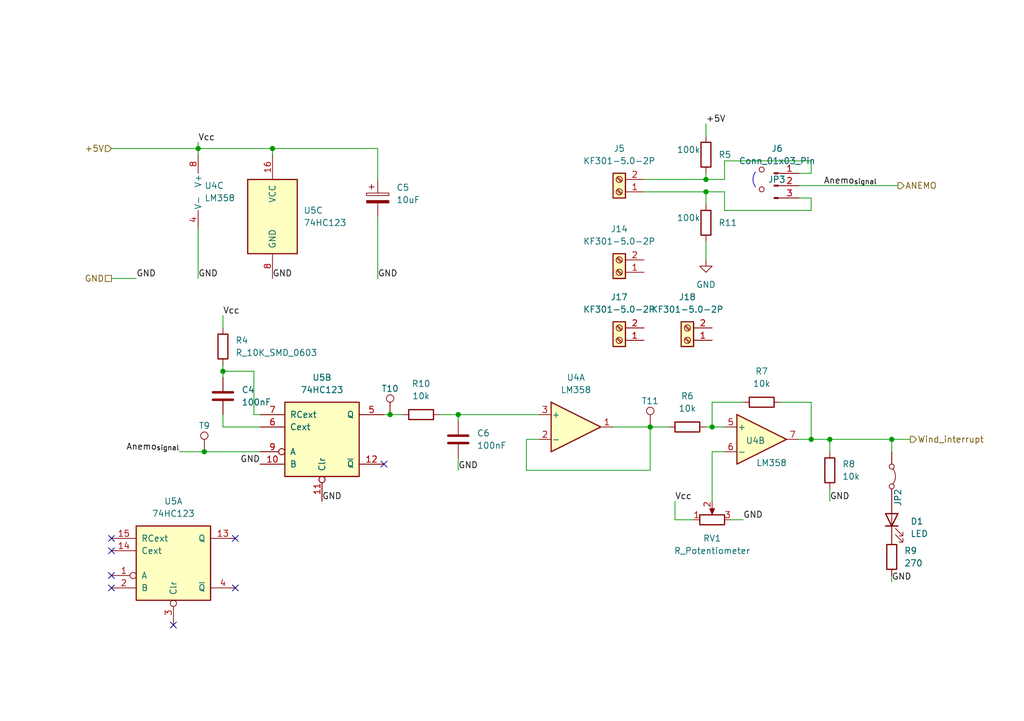
<source format=kicad_sch>
(kicad_sch (version 20250114) (generator "eeschema") (generator_version "9.0")
  (paper "A5")
  (title_block (title "Wind handler") (date "2024-11-03") (rev "1.0"))
  (lib_symbols
    (symbol "74xx:74HC123" (pin_names (offset 1.016))
      (property "Reference" "U" (at -7.62 8.89 0))
      (property "Value" "74HC123" (at -7.62 -8.89 0))
      (symbol "74HC123_1_0"
        (pin input line (at -12.7 5.08 0) (length 5.08) (name "RCext") (number "15"))
        (pin input line (at -12.7 2.54 0) (length 5.08) (name "Cext") (number "14"))
        (pin input inverted (at -12.7 -2.54 0) (length 5.08) (name "A") (number "1"))
        (pin input line (at -12.7 -5.08 0) (length 5.08) (name "B") (number "2"))
        (pin input inverted (at 0 -12.7 90) (length 5.08) (name "Clr") (number "3"))
        (pin output line (at 12.7 5.08 180) (length 5.08) (name "Q") (number "13"))
        (pin output line (at 12.7 -5.08 180) (length 5.08) (name "~{Q}") (number "4"))
      )
      (symbol "74HC123_1_1"
        (rectangle (start -7.62 7.62) (end 7.62 -7.62) (stroke (width 0.254)) (fill (type background)))
      )
      (symbol "74HC123_2_0"
        (pin input line (at -12.7 5.08 0) (length 5.08) (name "RCext") (number "7"))
        (pin input line (at -12.7 2.54 0) (length 5.08) (name "Cext") (number "6"))
        (pin input inverted (at -12.7 -2.54 0) (length 5.08) (name "A") (number "9"))
        (pin input line (at -12.7 -5.08 0) (length 5.08) (name "B") (number "10"))
        (pin input inverted (at 0 -12.7 90) (length 5.08) (name "Clr") (number "11"))
        (pin output line (at 12.7 5.08 180) (length 5.08) (name "Q") (number "5"))
        (pin output line (at 12.7 -5.08 180) (length 5.08) (name "~{Q}") (number "12"))
      )
      (symbol "74HC123_2_1"
        (rectangle (start -7.62 7.62) (end 7.62 -7.62) (stroke (width 0.254)) (fill (type background)))
      )
      (symbol "74HC123_3_0"
        (pin power_in line (at 0 12.7 270) (length 5.08) (name "VCC") (number "16"))
        (pin power_in line (at 0 -12.7 90) (length 5.08) (name "GND") (number "8"))
      )
      (symbol "74HC123_3_1"
        (rectangle (start -5.08 7.62) (end 5.08 -7.62) (stroke (width 0.254)) (fill (type background)))
      )
    )
    (symbol "Amplifier_Operational:LM358" (pin_names (offset 0.127))
      (property "Reference" "U" (at 0 5.08 0))
      (property "Value" "LM358" (at 0 -5.08 0))
      (symbol "LM358_1_1"
        (polyline (pts (xy -5.08 5.08) (xy 5.08 0) (xy -5.08 -5.08) (xy -5.08 5.08)) (stroke (width 0.254)) (fill (type background)))
        (pin input line (at -7.62 2.54 0) (length 2.54) (name "+") (number "3"))
        (pin input line (at -7.62 -2.54 0) (length 2.54) (name "-") (number "2"))
        (pin output line (at 7.62 0 180) (length 2.54) (name "~") (number "1"))
      )
      (symbol "LM358_2_1"
        (polyline (pts (xy -5.08 5.08) (xy 5.08 0) (xy -5.08 -5.08) (xy -5.08 5.08)) (stroke (width 0.254)) (fill (type background)))
        (pin input line (at -7.62 2.54 0) (length 2.54) (name "+") (number "5"))
        (pin input line (at -7.62 -2.54 0) (length 2.54) (name "-") (number "6"))
        (pin output line (at 7.62 0 180) (length 2.54) (name "~") (number "7"))
      )
      (symbol "LM358_3_1"
        (pin power_in line (at -2.54 7.62 270) (length 3.81) (name "V+") (number "8"))
        (pin power_in line (at -2.54 -7.62 90) (length 3.81) (name "V-") (number "4"))
      )
    )
    (symbol "CREPP_Jumpers:Jumper_2.54mm_blue" (pin_numbers (hide yes)) (pin_names (offset 0) (hide yes)) (exclude_from_sim yes)
      (property "Reference" "JP" (at 0 2.794 0))
      (symbol "Jumper_2.54mm_blue_0_0"
        (circle (center -2.032 0) (radius 0.508))
        (circle (center 2.032 0) (radius 0.508))
      )
      (symbol "Jumper_2.54mm_blue_1_1"
        (arc (start -1.524 1.27) (mid 0 1.778) (end 1.524 1.27) (stroke (width 0) (color 0 0 194 1)))
      )
    )
    (symbol "CREPP_Resistors:Resistor_THT_250mW (standard)" (pin_numbers (hide yes)) (pin_names (offset 0))
      (property "Reference" "R" (at 2.032 0 90))
      (symbol "Resistor_THT_250mW (standard)_0_1"
        (rectangle (start -1.016 -2.54) (end 1.016 2.54) (stroke (width 0.254)))
      )
      (symbol "Resistor_THT_250mW (standard)_1_1"
        (pin passive line (at 0 3.81 270) (length 1.27) (name "~") (number "1"))
        (pin passive line (at 0 -3.81 90) (length 1.27) (name "~") (number "2"))
      )
    )
    (symbol "Connector:Conn_01x03_Pin" (pin_names (offset 1.016) (hide yes))
      (property "Reference" "J" (at 0 5.08 0))
      (property "Value" "Conn_01x03_Pin" (at 0 -5.08 0))
      (symbol "Conn_01x03_Pin_1_1"
        (rectangle (start 0.8636 2.667) (end 0 2.413) (stroke (width 0.1524)) (fill (type outline)))
        (rectangle (start 0.8636 0.127) (end 0 -0.127) (stroke (width 0.1524)) (fill (type outline)))
        (rectangle (start 0.8636 -2.413) (end 0 -2.667) (stroke (width 0.1524)) (fill (type outline)))
        (polyline (pts (xy 1.27 2.54) (xy 0.8636 2.54)) (stroke (width 0.1524)))
        (polyline (pts (xy 1.27 0) (xy 0.8636 0)) (stroke (width 0.1524)))
        (polyline (pts (xy 1.27 -2.54) (xy 0.8636 -2.54)) (stroke (width 0.1524)))
        (pin passive line (at 5.08 2.54 180) (length 3.81) (name "Pin_1") (number "1"))
        (pin passive line (at 5.08 0 180) (length 3.81) (name "Pin_2") (number "2"))
        (pin passive line (at 5.08 -2.54 180) (length 3.81) (name "Pin_3") (number "3"))
      )
    )
    (symbol "Connector:Screw_Terminal_01x02" (pin_names (offset 1.016) (hide yes))
      (property "Reference" "J" (at 0 2.54 0))
      (property "Value" "Screw_Terminal_01x02" (at 0 -5.08 0))
      (symbol "Screw_Terminal_01x02_1_1"
        (rectangle (start -1.27 1.27) (end 1.27 -3.81) (stroke (width 0.254)) (fill (type background)))
        (polyline (pts (xy -0.5334 0.3302) (xy 0.3302 -0.508)) (stroke (width 0.1524)))
        (polyline (pts (xy -0.5334 -2.2098) (xy 0.3302 -3.048)) (stroke (width 0.1524)))
        (polyline (pts (xy -0.3556 0.508) (xy 0.508 -0.3302)) (stroke (width 0.1524)))
        (polyline (pts (xy -0.3556 -2.032) (xy 0.508 -2.8702)) (stroke (width 0.1524)))
        (circle (center 0 0) (radius 0.635) (stroke (width 0.1524)))
        (circle (center 0 -2.54) (radius 0.635) (stroke (width 0.1524)))
        (pin passive line (at -5.08 0 0) (length 3.81) (name "Pin_1") (number "1"))
        (pin passive line (at -5.08 -2.54 0) (length 3.81) (name "Pin_2") (number "2"))
      )
    )
    (symbol "Connector:TestPoint" (pin_numbers (hide yes)) (pin_names (offset 0.762) (hide yes))
      (property "Reference" "TP" (at 0 6.858 0))
      (property "Value" "TestPoint" (at 0 5.08 0))
      (symbol "TestPoint_0_1"
        (circle (center 0 3.302) (radius 0.762))
      )
      (symbol "TestPoint_1_1"
        (pin passive line (at 0 0 90) (length 2.54) (name "1") (number "1"))
      )
    )
    (symbol "Device:C" (pin_numbers (hide yes)) (pin_names (offset 0.254))
      (property "Reference" "C" (at 0.635 2.54 0))
      (property "Value" "C" (at 0.635 -2.54 0))
      (symbol "C_0_1"
        (polyline (pts (xy -2.032 0.762) (xy 2.032 0.762)) (stroke (width 0.508)))
        (polyline (pts (xy -2.032 -0.762) (xy 2.032 -0.762)) (stroke (width 0.508)))
      )
      (symbol "C_1_1"
        (pin passive line (at 0 3.81 270) (length 2.794) (name "~") (number "1"))
        (pin passive line (at 0 -3.81 90) (length 2.794) (name "~") (number "2"))
      )
    )
    (symbol "Device:C_Polarized" (pin_numbers (hide yes)) (pin_names (offset 0.254))
      (property "Reference" "C" (at 0.635 2.54 0))
      (property "Value" "C_Polarized" (at 0.635 -2.54 0))
      (symbol "C_Polarized_0_1"
        (rectangle (start -2.286 0.508) (end 2.286 1.016))
        (polyline (pts (xy -1.778 2.286) (xy -0.762 2.286)))
        (polyline (pts (xy -1.27 2.794) (xy -1.27 1.778)))
        (rectangle (start 2.286 -0.508) (end -2.286 -1.016) (fill (type outline)))
      )
      (symbol "C_Polarized_1_1"
        (pin passive line (at 0 3.81 270) (length 2.794) (name "~") (number "1"))
        (pin passive line (at 0 -3.81 90) (length 2.794) (name "~") (number "2"))
      )
    )
    (symbol "Device:LED" (pin_numbers (hide yes)) (pin_names (offset 1.016) (hide yes))
      (property "Reference" "D" (at 0 2.54 0))
      (property "Value" "LED" (at 0 -2.54 0))
      (symbol "LED_0_1"
        (polyline (pts (xy -3.048 -0.762) (xy -4.572 -2.286) (xy -3.81 -2.286) (xy -4.572 -2.286) (xy -4.572 -1.524)))
        (polyline (pts (xy -1.778 -0.762) (xy -3.302 -2.286) (xy -2.54 -2.286) (xy -3.302 -2.286) (xy -3.302 -1.524)))
        (polyline (pts (xy -1.27 0) (xy 1.27 0)))
        (polyline (pts (xy -1.27 -1.27) (xy -1.27 1.27)) (stroke (width 0.254)))
        (polyline (pts (xy 1.27 -1.27) (xy 1.27 1.27) (xy -1.27 0) (xy 1.27 -1.27)) (stroke (width 0.254)))
      )
      (symbol "LED_1_1"
        (pin passive line (at -3.81 0 0) (length 2.54) (name "K") (number "1"))
        (pin passive line (at 3.81 0 180) (length 2.54) (name "A") (number "2"))
      )
    )
    (symbol "Device:R" (pin_numbers (hide yes)) (pin_names (offset 0))
      (property "Reference" "R" (at 2.032 0 90))
      (property "Value" "R" (at 0 0 90))
      (symbol "R_0_1"
        (rectangle (start -1.016 -2.54) (end 1.016 2.54) (stroke (width 0.254)))
      )
      (symbol "R_1_1"
        (pin passive line (at 0 3.81 270) (length 1.27) (name "~") (number "1"))
        (pin passive line (at 0 -3.81 90) (length 1.27) (name "~") (number "2"))
      )
    )
    (symbol "Device:R_Potentiometer" (pin_names (offset 1.016) (hide yes))
      (property "Reference" "RV" (at -4.445 0 90))
      (property "Value" "R_Potentiometer" (at -2.54 0 90))
      (symbol "R_Potentiometer_0_1"
        (rectangle (start 1.016 2.54) (end -1.016 -2.54) (stroke (width 0.254)))
        (polyline (pts (xy 1.143 0) (xy 2.286 0.508) (xy 2.286 -0.508) (xy 1.143 0)) (fill (type outline)))
        (polyline (pts (xy 2.54 0) (xy 1.524 0)))
      )
      (symbol "R_Potentiometer_1_1"
        (pin passive line (at 0 3.81 270) (length 1.27) (name "1") (number "1"))
        (pin passive line (at 0 -3.81 90) (length 1.27) (name "3") (number "3"))
        (pin passive line (at 3.81 0 180) (length 1.27) (name "2") (number "2"))
      )
    )
    (symbol "Jumper:Jumper_2_Bridged" (pin_numbers (hide yes)) (pin_names (offset 0) (hide yes)) (exclude_from_sim yes)
      (property "Reference" "JP" (at 0 1.905 0))
      (property "Value" "Jumper_2_Bridged" (at 0 -2.54 0))
      (symbol "Jumper_2_Bridged_0_0"
        (circle (center -2.032 0) (radius 0.508))
        (circle (center 2.032 0) (radius 0.508))
      )
      (symbol "Jumper_2_Bridged_0_1"
        (arc (start -1.524 0.254) (mid 0 0.762) (end 1.524 0.254))
      )
      (symbol "Jumper_2_Bridged_1_1"
        (pin passive line (at -5.08 0 0) (length 2.54) (name "A") (number "1"))
        (pin passive line (at 5.08 0 180) (length 2.54) (name "B") (number "2"))
      )
    )
    (symbol "power:GND" (power) (pin_numbers (hide yes)) (pin_names (offset 0) (hide yes))
      (property "Value" "GND" (at 0 -3.81 0))
      (symbol "GND_0_1"
        (polyline (pts (xy 0 0) (xy 0 -1.27) (xy 1.27 -1.27) (xy 0 -2.54) (xy -1.27 -1.27) (xy 0 -1.27)))
      )
      (symbol "GND_1_1"
        (pin power_in line (at 0 0 270) (length 0) (name "~") (number "1"))
      )
    )
  )
  (junction (at 55.88 30.48))
  (junction (at 45.72 76.2))
  (junction (at 144.78 36.83))
  (junction (at 93.98 85.09))
  (junction (at 80.01 85.09))
  (junction (at 146.05 87.63))
  (junction (at 40.64 30.48))
  (junction (at 41.91 92.71))
  (junction (at 182.88 90.17))
  (junction (at 144.78 39.37))
  (junction (at 170.18 90.17))
  (junction (at 133.35 87.63))
  (junction (at 166.37 90.17))
  (no_connect (at 22.86 110.49))
  (no_connect (at 35.56 128.27))
  (no_connect (at 48.26 120.65))
  (no_connect (at 48.26 110.49))
  (no_connect (at 22.86 113.03))
  (no_connect (at 22.86 120.65))
  (no_connect (at 78.74 95.25))
  (no_connect (at 22.86 118.11))
  (wire (pts (xy 170.18 100.33) (xy 170.18 102.87)))
  (wire (pts (xy 148.59 43.18) (xy 148.59 39.37)))
  (wire (pts (xy 146.05 82.55) (xy 146.05 87.63)))
  (wire (pts (xy 132.08 36.83) (xy 144.78 36.83)))
  (wire (pts (xy 144.78 87.63) (xy 146.05 87.63)))
  (wire (pts (xy 93.98 85.09) (xy 110.49 85.09)))
  (wire (pts (xy 93.98 85.09) (xy 93.98 86.36)))
  (wire (pts (xy 110.49 90.17) (xy 107.95 90.17)))
  (wire (pts (xy 55.88 31.75) (xy 55.88 30.48)))
  (wire (pts (xy 138.43 106.68) (xy 142.24 106.68)))
  (wire (pts (xy 166.37 35.56) (xy 166.37 33.02)))
  (wire (pts (xy 40.64 30.48) (xy 55.88 30.48)))
  (wire (pts (xy 133.35 96.52) (xy 133.35 87.63)))
  (wire (pts (xy 107.95 90.17) (xy 107.95 96.52)))
  (wire (pts (xy 144.78 41.91) (xy 144.78 39.37)))
  (wire (pts (xy 78.74 85.09) (xy 80.01 85.09)))
  (wire (pts (xy 45.72 64.77) (xy 45.72 67.31)))
  (wire (pts (xy 182.88 90.17) (xy 186.69 90.17)))
  (wire (pts (xy 45.72 74.93) (xy 45.72 76.2)))
  (wire (pts (xy 152.4 82.55) (xy 146.05 82.55)))
  (wire (pts (xy 144.78 53.34) (xy 144.78 49.53)))
  (wire (pts (xy 166.37 33.02) (xy 148.59 33.02)))
  (wire (pts (xy 77.47 44.45) (xy 77.47 57.15)))
  (wire (pts (xy 133.35 87.63) (xy 125.73 87.63)))
  (wire (pts (xy 52.07 85.09) (xy 52.07 76.2)))
  (wire (pts (xy 22.86 57.15) (xy 27.94 57.15)))
  (wire (pts (xy 144.78 25.4) (xy 144.78 27.94)))
  (wire (pts (xy 45.72 76.2) (xy 52.07 76.2)))
  (wire (pts (xy 148.59 92.71) (xy 146.05 92.71)))
  (wire (pts (xy 138.43 102.87) (xy 138.43 106.68)))
  (wire (pts (xy 107.95 96.52) (xy 133.35 96.52)))
  (wire (pts (xy 93.98 93.98) (xy 93.98 96.52)))
  (wire (pts (xy 40.64 30.48) (xy 40.64 31.75)))
  (wire (pts (xy 41.91 92.71) (xy 53.34 92.71)))
  (wire (pts (xy 182.88 90.17) (xy 182.88 92.71)))
  (wire (pts (xy 90.17 85.09) (xy 93.98 85.09)))
  (wire (pts (xy 163.83 35.56) (xy 166.37 35.56)))
  (wire (pts (xy 144.78 36.83) (xy 144.78 35.56)))
  (wire (pts (xy 80.01 85.09) (xy 82.55 85.09)))
  (wire (pts (xy 55.88 30.48) (xy 77.47 30.48)))
  (wire (pts (xy 166.37 90.17) (xy 170.18 90.17)))
  (wire (pts (xy 166.37 82.55) (xy 166.37 90.17)))
  (wire (pts (xy 148.59 33.02) (xy 148.59 36.83)))
  (wire (pts (xy 148.59 39.37) (xy 144.78 39.37)))
  (wire (pts (xy 45.72 85.09) (xy 45.72 87.63)))
  (wire (pts (xy 53.34 87.63) (xy 45.72 87.63)))
  (wire (pts (xy 146.05 92.71) (xy 146.05 102.87)))
  (wire (pts (xy 45.72 76.2) (xy 45.72 77.47)))
  (wire (pts (xy 40.64 29.21) (xy 40.64 30.48)))
  (wire (pts (xy 133.35 87.63) (xy 137.16 87.63)))
  (wire (pts (xy 160.02 82.55) (xy 166.37 82.55)))
  (wire (pts (xy 166.37 43.18) (xy 148.59 43.18)))
  (wire (pts (xy 77.47 36.83) (xy 77.47 30.48)))
  (wire (pts (xy 170.18 90.17) (xy 182.88 90.17)))
  (wire (pts (xy 132.08 39.37) (xy 144.78 39.37)))
  (wire (pts (xy 149.86 106.68) (xy 152.4 106.68)))
  (wire (pts (xy 163.83 40.64) (xy 166.37 40.64)))
  (wire (pts (xy 182.88 118.11) (xy 182.88 119.38)))
  (wire (pts (xy 148.59 36.83) (xy 144.78 36.83)))
  (wire (pts (xy 53.34 85.09) (xy 52.07 85.09)))
  (wire (pts (xy 163.83 90.17) (xy 166.37 90.17)))
  (wire (pts (xy 166.37 40.64) (xy 166.37 43.18)))
  (wire (pts (xy 170.18 92.71) (xy 170.18 90.17)))
  (wire (pts (xy 146.05 87.63) (xy 148.59 87.63)))
  (wire (pts (xy 22.86 30.48) (xy 40.64 30.48)))
  (wire (pts (xy 36.83 92.71) (xy 41.91 92.71)))
  (wire (pts (xy 40.64 46.99) (xy 40.64 57.15)))
  (wire (pts (xy 163.83 38.1) (xy 184.15 38.1)))
  (label "GND" (at 170.18 102.87 0))
  (label "GND" (at 27.94 57.15 0))
  (label "GND" (at 93.98 96.52 0))
  (label "GND" (at 55.88 57.15 0))
  (label "Vcc" (at 45.72 64.77 0))
  (label "Vcc" (at 138.43 102.87 0))
  (label "GND" (at 77.47 57.15 0))
  (label "GND" (at 66.04 102.87 0))
  (label "Anemo_{signal}" (at 36.83 92.71 180))
  (label "GND" (at 152.4 106.68 0))
  (label "GND" (at 182.88 119.38 0))
  (label "Vcc" (at 40.64 29.21 0))
  (label "GND" (at 53.34 95.25 180))
  (label "GND" (at 40.64 57.15 0))
  (label "Anemo_{signal}" (at 168.91 38.1 0))
  (label "+5V" (at 144.78 25.4 0))
  (hierarchical_label "GND" (shape passive) (at 22.86 57.15 180))
  (hierarchical_label "+5V" (shape input) (at 22.86 30.48 180))
  (hierarchical_label "ANEMO" (shape output) (at 184.15 38.1 0))
  (hierarchical_label "Wind_interrupt" (shape output) (at 186.69 90.17 0))
  (symbol (lib_id "Device:R") (at 170.18 96.52 180) (unit 1)
    (property "Reference" "R8" (at 172.72 95.2499 0) (effects (justify right)))
    (property "Value" "10k" (at 172.72 97.7899 0) (effects (justify right)))
    (property "Footprint" "Resistor_THT:R_Axial_DIN0207_L6.3mm_D2.5mm_P7.62mm_Horizontal" (effects (hide yes)))
  )
  (symbol (lib_id "CREPP_Resistors:Resistor_THT_250mW (standard)") (at 144.78 31.75 0) (unit 1)
    (property "Reference" "R5" (at 147.32 31.7499 0) (effects (justify left)))
    (property "Value" "100k" (at 141.224 30.734 0))
    (property "Footprint" "Resistor_THT:R_Axial_DIN0207_L6.3mm_D2.5mm_P7.62mm_Horizontal" (effects (hide yes)))
    (property "Description" "Standard resistor - 1/4W - THT version" (effects (hide yes)))
  )
  (symbol (lib_id "Connector:TestPoint") (at 80.01 85.09 0) (unit 1)
    (property "Reference" "T10" (at 80.01 79.756 0))
    (property "Value" "TP" (effects (hide yes)))
    (property "Footprint" "TestPoint:TestPoint_Pad_D1.0mm" (effects (hide yes)))
    (property "Description" "test point" (effects (hide yes)))
  )
  (symbol (lib_id "Connector:Screw_Terminal_01x02") (at 127 55.88 180) (unit 1)
    (property "Reference" "J14" (at 127 46.99 0))
    (property "Value" "KF301-5.0-2P" (at 127 49.53 0))
    (property "Footprint" "TerminalBlock_Phoenix:TerminalBlock_Phoenix_MKDS-1,5-2_1x02_P5.00mm_Horizontal" (effects (hide yes)))
    (property "Description" "Generic screw terminal, single row, 01x02, script generated (kicad-library-utils/schlib/autogen/connector/)" (effects (hide yes)))
  )
  (symbol (lib_id "Device:R_Potentiometer") (at 146.05 106.68 90) (unit 1)
    (property "Reference" "RV1" (at 146.05 110.49 90))
    (property "Value" "R_Potentiometer" (at 146.05 113.03 90))
    (property "Footprint" "Potentiometer_THT:Potentiometer_Bourns_3266Y_Vertical" (effects (hide yes)))
  )
  (symbol (lib_id "Device:C") (at 45.72 81.28 0) (unit 1)
    (property "Reference" "C4" (at 49.53 80.01 0) (effects (justify left)))
    (property "Value" "100nF" (at 49.53 82.55 0) (effects (justify left)))
    (property "Footprint" "Capacitor_SMD:C_0603_1608Metric" (effects (hide yes)))
  )
  (symbol (lib_id "Connector:Conn_01x03_Pin") (at 158.75 38.1 0) (unit 1)
    (property "Reference" "J6" (at 159.385 30.48 0))
    (property "Value" "Conn_01x03_Pin" (at 159.385 33.02 0))
    (property "Footprint" "Connector_PinHeader_2.54mm:PinHeader_1x03_P2.54mm_Vertical" (effects (hide yes)))
    (property "Description" "Generic connector, single row, 01x03, script generated" (effects (hide yes)))
  )
  (symbol (lib_id "Amplifier_Operational:LM358") (at 43.18 39.37 0) (unit 3)
    (property "Reference" "U4" (at 41.91 38.0999 0) (effects (justify left)))
    (property "Value" "LM358" (at 41.91 40.6399 0) (effects (justify left)))
    (property "Footprint" "Package_DIP:DIP-8_W7.62mm" (effects (hide yes)))
    (property "Datasheet" "http://www.ti.com/lit/ds/symlink/lm2904-n.pdf" (effects (hide yes)))
    (property "Description" "Low-Power, Dual Operational Amplifiers, DIP-8/SOIC-8/TO-99-8" (effects (hide yes)))
  )
  (symbol (lib_id "74xx:74HC123") (at 35.56 115.57 0) (unit 1)
    (property "Reference" "U5" (at 35.56 102.87 0))
    (property "Value" "74HC123" (at 35.56 105.41 0))
    (property "Footprint" "Package_DIP:DIP-16_W7.62mm_Socket" (effects (hide yes)))
    (property "Datasheet" "https://assets.nexperia.com/documents/data-sheet/74HC_HCT123.pdf" (effects (hide yes)))
    (property "Description" "Dual retriggerable monostable multivibrator" (effects (hide yes)))
  )
  (symbol (lib_id "Device:R") (at 86.36 85.09 90) (unit 1)
    (property "Reference" "R10" (at 86.36 78.74 90))
    (property "Value" "10k" (at 86.36 81.28 90))
    (property "Footprint" "Resistor_THT:R_Axial_DIN0207_L6.3mm_D2.5mm_P7.62mm_Horizontal" (effects (hide yes)))
  )
  (symbol (lib_id "Connector:Screw_Terminal_01x02") (at 140.97 69.85 180) (unit 1)
    (property "Reference" "J18" (at 140.97 60.96 0))
    (property "Value" "KF301-5.0-2P" (at 140.97 63.5 0))
    (property "Footprint" "TerminalBlock_Phoenix:TerminalBlock_Phoenix_MKDS-1,5-2_1x02_P5.00mm_Horizontal" (effects (hide yes)))
    (property "Description" "Generic screw terminal, single row, 01x02, script generated (kicad-library-utils/schlib/autogen/connector/)" (effects (hide yes)))
  )
  (symbol (lib_id "Device:R") (at 156.21 82.55 90) (unit 1)
    (property "Reference" "R7" (at 156.21 76.2 90))
    (property "Value" "10k" (at 156.21 78.74 90))
    (property "Footprint" "Resistor_THT:R_Axial_DIN0207_L6.3mm_D2.5mm_P7.62mm_Horizontal" (effects (hide yes)))
  )
  (symbol (lib_id "Device:R") (at 182.88 114.3 0) (unit 1)
    (property "Reference" "R9" (at 185.42 113.03 0) (effects (justify left)))
    (property "Value" "270" (at 185.42 115.57 0) (effects (justify left)))
    (property "Footprint" "Resistor_THT:R_Axial_DIN0207_L6.3mm_D2.5mm_P7.62mm_Horizontal" (effects (hide yes)))
  )
  (symbol (lib_id "Jumper:Jumper_2_Bridged") (at 182.88 97.79 270) (unit 1) (exclude_from_sim yes)
    (property "Reference" "JP2" (at 184.15 102.108 0))
    (property "Value" "Jumper" (effects (hide yes)))
    (property "Footprint" "Connector_PinHeader_2.54mm:PinHeader_1x02_P2.54mm_Vertical" (effects (hide yes)))
    (property "Description" "Jumper, 2-pole, closed/bridged" (effects (hide yes)))
  )
  (symbol (lib_id "Device:LED") (at 182.88 106.68 90) (unit 1)
    (property "Reference" "D1" (at 186.69 106.9975 90) (effects (justify right)))
    (property "Value" "LED" (at 186.69 109.5375 90) (effects (justify right)))
    (property "Footprint" "LED_THT:LED_D3.0mm" (effects (hide yes)))
  )
  (symbol (lib_id "Connector:Screw_Terminal_01x02") (at 127 69.85 180) (unit 1)
    (property "Reference" "J17" (at 127 60.96 0))
    (property "Value" "KF301-5.0-2P" (at 127 63.5 0))
    (property "Footprint" "TerminalBlock_Phoenix:TerminalBlock_Phoenix_MKDS-1,5-2_1x02_P5.00mm_Horizontal" (effects (hide yes)))
    (property "Description" "Generic screw terminal, single row, 01x02, script generated (kicad-library-utils/schlib/autogen/connector/)" (effects (hide yes)))
  )
  (symbol (lib_id "Connector:Screw_Terminal_01x02") (at 127 39.37 180) (unit 1)
    (property "Reference" "J5" (at 127 30.48 0))
    (property "Value" "KF301-5.0-2P" (at 127 33.02 0))
    (property "Footprint" "TerminalBlock_Phoenix:TerminalBlock_Phoenix_MKDS-1,5-2_1x02_P5.00mm_Horizontal" (effects (hide yes)))
    (property "Description" "Generic screw terminal, single row, 01x02, script generated (kicad-library-utils/schlib/autogen/connector/)" (effects (hide yes)))
  )
  (symbol (lib_id "CREPP_Jumpers:Jumper_2.54mm_blue") (at 156.21 36.83 90) (unit 1) (exclude_from_sim yes)
    (property "Reference" "JP3" (at 157.48 36.8299 90) (effects (justify right)))
    (property "Value" "Jumper_2.54mm_blue" (effects (hide yes)))
    (property "Footprint" "CREPP_Jumpers:Jumper_2.54mm_blue" (effects (hide yes)))
    (property "Description" "Jumper, 2-pole, open" (effects (hide yes)))
  )
  (symbol (lib_id "Device:R") (at 45.72 71.12 0) (unit 1)
    (property "Reference" "R4" (at 48.26 69.8499 0) (effects (justify left)))
    (property "Value" "R_10K_SMD_0603" (at 48.26 72.3899 0) (effects (justify left)))
    (property "Footprint" "Resistor_SMD:R_0603_1608Metric" (effects (hide yes)))
  )
  (symbol (lib_id "CREPP_Resistors:Resistor_THT_250mW (standard)") (at 144.78 45.72 0) (unit 1)
    (property "Reference" "R11" (at 147.32 45.7199 0) (effects (justify left)))
    (property "Value" "100k" (at 141.224 44.704 0))
    (property "Footprint" "Resistor_THT:R_Axial_DIN0207_L6.3mm_D2.5mm_P7.62mm_Horizontal" (effects (hide yes)))
    (property "Description" "Standard resistor - 1/4W - THT version" (effects (hide yes)))
  )
  (symbol (lib_id "power:GND") (at 144.78 53.34 0) (unit 1)
    (property "Reference" "#PWR03" (effects (hide yes)))
    (property "Value" "GND" (at 144.78 58.42 0))
    (property "Description" "Power symbol creates a global label with name \"GND\" , ground" (effects (hide yes)))
  )
  (symbol (lib_id "Device:R") (at 140.97 87.63 90) (unit 1)
    (property "Reference" "R6" (at 140.97 81.28 90))
    (property "Value" "10k" (at 140.97 83.82 90))
    (property "Footprint" "Resistor_THT:R_Axial_DIN0207_L6.3mm_D2.5mm_P7.62mm_Horizontal" (effects (hide yes)))
  )
  (symbol (lib_id "Device:C") (at 93.98 90.17 0) (unit 1)
    (property "Reference" "C6" (at 97.79 88.9 0) (effects (justify left)))
    (property "Value" "100nF" (at 97.79 91.44 0) (effects (justify left)))
    (property "Footprint" "Capacitor_SMD:C_0603_1608Metric" (effects (hide yes)))
  )
  (symbol (lib_id "Amplifier_Operational:LM358") (at 156.21 90.17 0) (unit 2)
    (property "Reference" "U4" (at 154.94 90.424 0))
    (property "Value" "LM358" (at 158.242 94.996 0))
    (property "Footprint" "Package_DIP:DIP-8_W7.62mm" (effects (hide yes)))
    (property "Datasheet" "http://www.ti.com/lit/ds/symlink/lm2904-n.pdf" (effects (hide yes)))
    (property "Description" "Low-Power, Dual Operational Amplifiers, DIP-8/SOIC-8/TO-99-8" (effects (hide yes)))
  )
  (symbol (lib_id "Connector:TestPoint") (at 133.35 87.63 0) (unit 1)
    (property "Reference" "T11" (at 133.35 82.296 0))
    (property "Value" "TP" (effects (hide yes)))
    (property "Footprint" "TestPoint:TestPoint_Pad_D1.0mm" (effects (hide yes)))
    (property "Description" "test point" (effects (hide yes)))
  )
  (symbol (lib_id "Connector:TestPoint") (at 41.91 92.71 0) (unit 1)
    (property "Reference" "T9" (at 41.91 87.376 0))
    (property "Value" "TP" (effects (hide yes)))
    (property "Footprint" "TestPoint:TestPoint_Pad_D1.0mm" (effects (hide yes)))
    (property "Description" "test point" (effects (hide yes)))
  )
  (symbol (lib_id "74xx:74HC123") (at 55.88 44.45 0) (unit 3)
    (property "Reference" "U5" (at 62.23 43.1799 0) (effects (justify left)))
    (property "Value" "74HC123" (at 62.23 45.7199 0) (effects (justify left)))
    (property "Footprint" "Package_DIP:DIP-16_W7.62mm_Socket" (effects (hide yes)))
    (property "Datasheet" "https://assets.nexperia.com/documents/data-sheet/74HC_HCT123.pdf" (effects (hide yes)))
    (property "Description" "Dual retriggerable monostable multivibrator" (effects (hide yes)))
  )
  (symbol (lib_id "74xx:74HC123") (at 66.04 90.17 0) (unit 2)
    (property "Reference" "U5" (at 66.04 77.47 0))
    (property "Value" "74HC123" (at 66.04 80.01 0))
    (property "Footprint" "Package_DIP:DIP-16_W7.62mm_Socket" (effects (hide yes)))
    (property "Datasheet" "https://assets.nexperia.com/documents/data-sheet/74HC_HCT123.pdf" (effects (hide yes)))
    (property "Description" "Dual retriggerable monostable multivibrator" (effects (hide yes)))
  )
  (symbol (lib_id "Device:C_Polarized") (at 77.47 40.64 0) (unit 1)
    (property "Reference" "C5" (at 81.28 38.4809 0) (effects (justify left)))
    (property "Value" "10uF" (at 81.28 41.0209 0) (effects (justify left)))
    (property "Footprint" "Capacitor_THT:C_Radial_D5.0mm_H11.0mm_P2.00mm" (effects (hide yes)))
    (property "Description" "Polarized capacitor" (effects (hide yes)))
  )
  (symbol (lib_id "Amplifier_Operational:LM358") (at 118.11 87.63 0) (unit 1)
    (property "Reference" "U4" (at 118.11 77.47 0))
    (property "Value" "LM358" (at 118.11 80.01 0))
    (property "Footprint" "Package_DIP:DIP-8_W7.62mm" (effects (hide yes)))
    (property "Datasheet" "http://www.ti.com/lit/ds/symlink/lm2904-n.pdf" (effects (hide yes)))
    (property "Description" "Low-Power, Dual Operational Amplifiers, DIP-8/SOIC-8/TO-99-8" (effects (hide yes)))
  )
)
</source>
